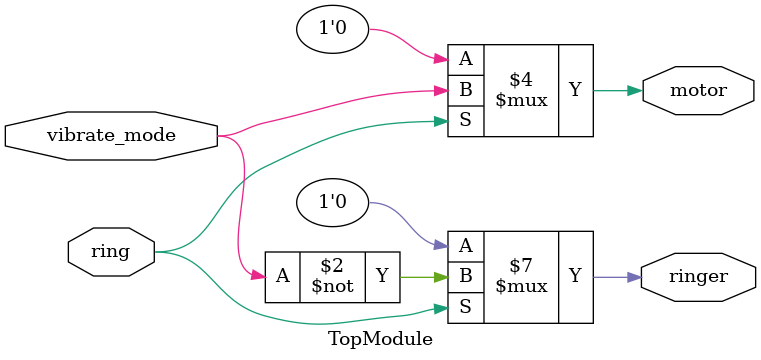
<source format=sv>
module TopModule (
    input  logic ring,
    input  logic vibrate_mode,
    output logic ringer,
    output logic motor
);

always @(*) begin
    if (ring) begin
        ringer = ~vibrate_mode;
        motor = vibrate_mode;
    end else begin
        ringer = 0;
        motor = 0;
    end
end

endmodule
</source>
